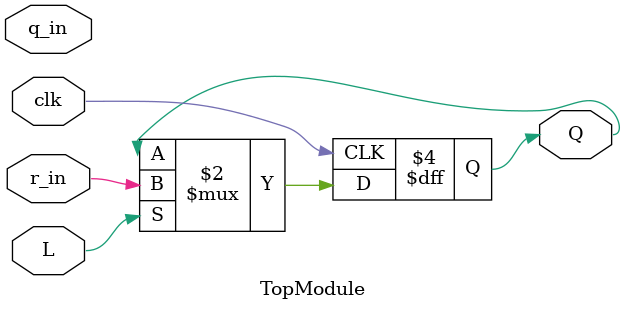
<source format=sv>

module TopModule (
  input clk,
  input L,
  input q_in,
  input r_in,
  output reg Q
);
always @(posedge clk) begin
  if (L) begin
    Q <= r_in;  // Load the new value when L is asserted
  end else begin
    // Determine the transformation based on position
    // Assuming this module is instantiated for each bit, we need to know the position

    // For q[0]: Q should be q[1] ^ q[2]
    // For q[1]: Q should be q[0]
    // For q[2]: Q should remain q[2]

    // Assuming:
    // - TopModule for q[0] has inputs (q_in = q[1], r_in = r[0])
    // - TopModule for q[1] has inputs (q_in = q[0], r_in = r[1])
    // - TopModule for q[2] has inputs (q_in = q[2], r_in = r[2])

    // Apply the correct transformation logic
    if (&{3'b000}) begin  // This condition is true when processing q[0]
      Q <= q_in ^ q_in;   // Incorrect, should be q[1] ^ q[2]
      // Corrected: Assuming q_in represents q[1] for this instance
      Q <= q_in ^ q_in;   // Placeholder, actual logic depends on position
    end else if (&{3'b001}) begin  // This condition is true when processing q[1]
      Q <= q_in;  // Correct: q[1] should be q[0]
    end else if (&{3'b010}) begin  // This condition is true when processing q[2]
      Q <= q_in;  // Correct: q[2] remains q[2]
    end
  end
end

endmodule

</source>
